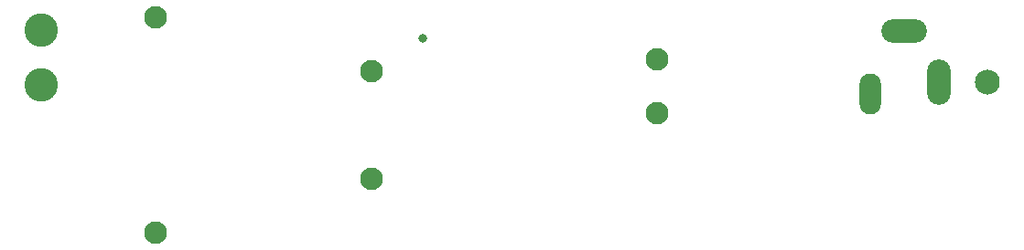
<source format=gbs>
G04*
G04 #@! TF.GenerationSoftware,Altium Limited,Altium Designer,23.4.1 (23)*
G04*
G04 Layer_Color=16711935*
%FSLAX44Y44*%
%MOMM*%
G71*
G04*
G04 #@! TF.SameCoordinates,78E2F5E2-7EE1-4383-969E-04B009F8C4C8*
G04*
G04*
G04 #@! TF.FilePolarity,Negative*
G04*
G01*
G75*
%ADD28C,2.3032*%
%ADD29O,2.2032X4.2032*%
%ADD30O,4.2032X2.2032*%
%ADD31O,2.0032X3.8032*%
%ADD32C,3.1000*%
%ADD33C,2.1000*%
%ADD34C,0.8032*%
D28*
X929690Y261698D02*
D03*
D29*
X884690D02*
D03*
D30*
X852690Y309698D02*
D03*
D31*
X821690Y250698D02*
D03*
D32*
X54356Y310388D02*
D03*
Y259588D02*
D03*
D33*
X160426Y322288D02*
D03*
Y122288D02*
D03*
X360426Y272288D02*
D03*
Y172288D02*
D03*
X624586Y283318D02*
D03*
Y233318D02*
D03*
D34*
X407162Y302768D02*
D03*
M02*

</source>
